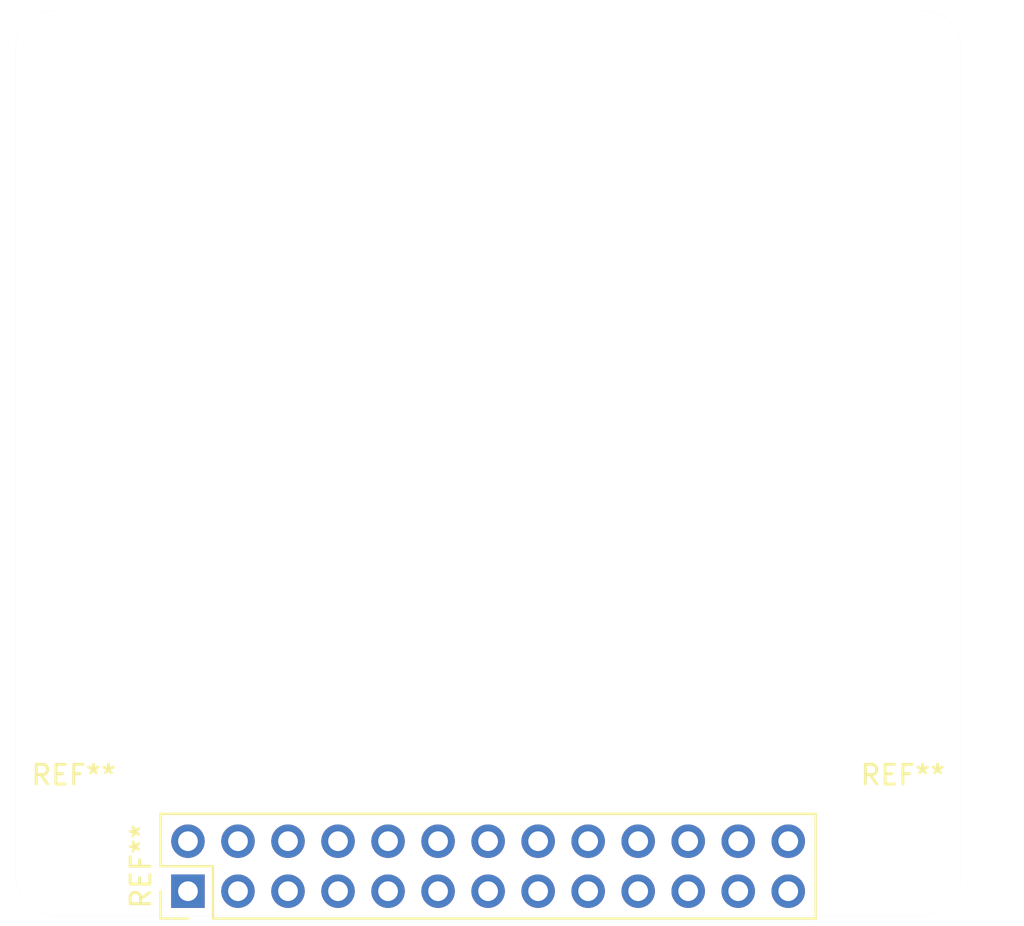
<source format=kicad_pcb>
(kicad_pcb (version 20160815) (host pcbnew no-vcs-found-7429~56~ubuntu14.04.1)

  (general
    (links 0)
    (no_connects 0)
    (area 99.206346 53.995629 148.001475 100.017688)
    (thickness 1.6)
    (drawings 78)
    (tracks 0)
    (zones 0)
    (modules 5)
    (nets 1)
  )

  (page A4)
  (layers
    (0 F.Cu signal)
    (31 B.Cu signal)
    (32 B.Adhes user)
    (33 F.Adhes user)
    (34 B.Paste user)
    (35 F.Paste user)
    (36 B.SilkS user)
    (37 F.SilkS user hide)
    (38 B.Mask user hide)
    (39 F.Mask user hide)
    (40 Dwgs.User user)
    (41 Cmts.User user)
    (42 Eco1.User user)
    (43 Eco2.User user)
    (44 Edge.Cuts user)
    (45 Margin user)
    (46 B.CrtYd user)
    (47 F.CrtYd user)
    (48 B.Fab user)
    (49 F.Fab user)
  )

  (setup
    (last_trace_width 0.25)
    (trace_clearance 0.2)
    (zone_clearance 0.508)
    (zone_45_only no)
    (trace_min 0.2)
    (segment_width 0.15)
    (edge_width 0.15)
    (via_size 0.8)
    (via_drill 0.4)
    (via_min_size 0.4)
    (via_min_drill 0.3)
    (uvia_size 0.3)
    (uvia_drill 0.1)
    (uvias_allowed no)
    (uvia_min_size 0.2)
    (uvia_min_drill 0.1)
    (pcb_text_width 0.3)
    (pcb_text_size 1.5 1.5)
    (mod_edge_width 0.15)
    (mod_text_size 1 1)
    (mod_text_width 0.15)
    (pad_size 1.524 1.524)
    (pad_drill 0.762)
    (pad_to_mask_clearance 0.2)
    (aux_axis_origin 0 0)
    (visible_elements FFFFFF7F)
    (pcbplotparams
      (layerselection 0x00030_ffffffff)
      (usegerberextensions false)
      (excludeedgelayer true)
      (linewidth 0.100000)
      (plotframeref false)
      (viasonmask false)
      (mode 1)
      (useauxorigin false)
      (hpglpennumber 1)
      (hpglpenspeed 20)
      (hpglpendiameter 15)
      (psnegative false)
      (psa4output false)
      (plotreference true)
      (plotvalue true)
      (plotinvisibletext false)
      (padsonsilk false)
      (subtractmaskfromsilk false)
      (outputformat 1)
      (mirror false)
      (drillshape 1)
      (scaleselection 1)
      (outputdirectory ""))
  )

  (net 0 "")

  (net_class Default "This is the default net class."
    (clearance 0.2)
    (trace_width 0.25)
    (via_dia 0.8)
    (via_drill 0.4)
    (uvia_dia 0.3)
    (uvia_drill 0.1)
  )

  (module Pin_Headers:Pin_Header_Straight_2x13_Pitch2.54mm (layer F.Cu) (tedit 586E62AE) (tstamp 586E6624)
    (at 108.75 98.75 90)
    (descr "Through hole straight pin header, 2x13, 2.54mm pitch, double rows")
    (tags "Through hole pin header THT 2x13 2.54mm double row")
    (fp_text reference REF** (at 1.27 -2.39 90) (layer F.SilkS)
      (effects (font (size 1 1) (thickness 0.15)))
    )
    (fp_text value Pin_Header_Straight_2x13_Pitch2.54mm (at 1.27 32.87 90) (layer F.Fab) hide
      (effects (font (size 1 1) (thickness 0.15)))
    )
    (fp_line (start -1.27 -1.27) (end -1.27 31.75) (layer F.Fab) (width 0.1))
    (fp_line (start -1.27 31.75) (end 3.81 31.75) (layer F.Fab) (width 0.1))
    (fp_line (start 3.81 31.75) (end 3.81 -1.27) (layer F.Fab) (width 0.1))
    (fp_line (start 3.81 -1.27) (end -1.27 -1.27) (layer F.Fab) (width 0.1))
    (fp_line (start -1.39 1.27) (end -1.39 31.87) (layer F.SilkS) (width 0.12))
    (fp_line (start -1.39 31.87) (end 3.93 31.87) (layer F.SilkS) (width 0.12))
    (fp_line (start 3.93 31.87) (end 3.93 -1.39) (layer F.SilkS) (width 0.12))
    (fp_line (start 3.93 -1.39) (end 1.27 -1.39) (layer F.SilkS) (width 0.12))
    (fp_line (start 1.27 -1.39) (end 1.27 1.27) (layer F.SilkS) (width 0.12))
    (fp_line (start 1.27 1.27) (end -1.39 1.27) (layer F.SilkS) (width 0.12))
    (fp_line (start -1.39 0) (end -1.39 -1.39) (layer F.SilkS) (width 0.12))
    (fp_line (start -1.39 -1.39) (end 0 -1.39) (layer F.SilkS) (width 0.12))
    (fp_line (start -1.6 -1.6) (end -1.6 32) (layer F.CrtYd) (width 0.05))
    (fp_line (start -1.6 32) (end 4.1 32) (layer F.CrtYd) (width 0.05))
    (fp_line (start 4.1 32) (end 4.1 -1.6) (layer F.CrtYd) (width 0.05))
    (fp_line (start 4.1 -1.6) (end -1.6 -1.6) (layer F.CrtYd) (width 0.05))
    (pad 1 thru_hole rect (at 0 0 90) (size 1.7 1.7) (drill 1) (layers *.Cu *.Mask))
    (pad 2 thru_hole oval (at 2.54 0 90) (size 1.7 1.7) (drill 1) (layers *.Cu *.Mask))
    (pad 3 thru_hole oval (at 0 2.54 90) (size 1.7 1.7) (drill 1) (layers *.Cu *.Mask))
    (pad 4 thru_hole oval (at 2.54 2.54 90) (size 1.7 1.7) (drill 1) (layers *.Cu *.Mask))
    (pad 5 thru_hole oval (at 0 5.08 90) (size 1.7 1.7) (drill 1) (layers *.Cu *.Mask))
    (pad 6 thru_hole oval (at 2.54 5.08 90) (size 1.7 1.7) (drill 1) (layers *.Cu *.Mask))
    (pad 7 thru_hole oval (at 0 7.62 90) (size 1.7 1.7) (drill 1) (layers *.Cu *.Mask))
    (pad 8 thru_hole oval (at 2.54 7.62 90) (size 1.7 1.7) (drill 1) (layers *.Cu *.Mask))
    (pad 9 thru_hole oval (at 0 10.16 90) (size 1.7 1.7) (drill 1) (layers *.Cu *.Mask))
    (pad 10 thru_hole oval (at 2.54 10.16 90) (size 1.7 1.7) (drill 1) (layers *.Cu *.Mask))
    (pad 11 thru_hole oval (at 0 12.7 90) (size 1.7 1.7) (drill 1) (layers *.Cu *.Mask))
    (pad 12 thru_hole oval (at 2.54 12.7 90) (size 1.7 1.7) (drill 1) (layers *.Cu *.Mask))
    (pad 13 thru_hole oval (at 0 15.24 90) (size 1.7 1.7) (drill 1) (layers *.Cu *.Mask))
    (pad 14 thru_hole oval (at 2.54 15.24 90) (size 1.7 1.7) (drill 1) (layers *.Cu *.Mask))
    (pad 15 thru_hole oval (at 0 17.78 90) (size 1.7 1.7) (drill 1) (layers *.Cu *.Mask))
    (pad 16 thru_hole oval (at 2.54 17.78 90) (size 1.7 1.7) (drill 1) (layers *.Cu *.Mask))
    (pad 17 thru_hole oval (at 0 20.32 90) (size 1.7 1.7) (drill 1) (layers *.Cu *.Mask))
    (pad 18 thru_hole oval (at 2.54 20.32 90) (size 1.7 1.7) (drill 1) (layers *.Cu *.Mask))
    (pad 19 thru_hole oval (at 0 22.86 90) (size 1.7 1.7) (drill 1) (layers *.Cu *.Mask))
    (pad 20 thru_hole oval (at 2.54 22.86 90) (size 1.7 1.7) (drill 1) (layers *.Cu *.Mask))
    (pad 21 thru_hole oval (at 0 25.4 90) (size 1.7 1.7) (drill 1) (layers *.Cu *.Mask))
    (pad 22 thru_hole oval (at 2.54 25.4 90) (size 1.7 1.7) (drill 1) (layers *.Cu *.Mask))
    (pad 23 thru_hole oval (at 0 27.94 90) (size 1.7 1.7) (drill 1) (layers *.Cu *.Mask))
    (pad 24 thru_hole oval (at 2.54 27.94 90) (size 1.7 1.7) (drill 1) (layers *.Cu *.Mask))
    (pad 25 thru_hole oval (at 0 30.48 90) (size 1.7 1.7) (drill 1) (layers *.Cu *.Mask))
    (pad 26 thru_hole oval (at 2.54 30.48 90) (size 1.7 1.7) (drill 1) (layers *.Cu *.Mask))
    (model Pin_Headers.3dshapes/Pin_Header_Straight_2x13_Pitch2.54mm.wrl
      (at (xyz 0.05 -0.6 0))
      (scale (xyz 1 1 1))
      (rotate (xyz 0 0 90))
    )
  )

  (module Mounting_Holes:MountingHole_3.2mm_M3 (layer F.Cu) (tedit 586E617B) (tstamp 586E6157)
    (at 102.95 56.95)
    (descr "Mounting Hole 3.2mm, no annular, M3")
    (tags "mounting hole 3.2mm no annular m3")
    (fp_text reference REF** (at 0 -4.2) (layer F.SilkS)
      (effects (font (size 1 1) (thickness 0.15)))
    )
    (fp_text value MountingHole_3.2mm_M3 (at 0 4.2) (layer F.Fab) hide
      (effects (font (size 1 1) (thickness 0.15)))
    )
    (fp_circle (center 0 0) (end 3.45 0) (layer F.CrtYd) (width 0.05))
    (fp_circle (center 0 0) (end 3.2 0) (layer Cmts.User) (width 0.15))
    (pad 1 np_thru_hole circle (at 0 0) (size 3.2 3.2) (drill 3.2) (layers *.Cu *.Mask))
  )

  (module Mounting_Holes:MountingHole_3.2mm_M3 (layer F.Cu) (tedit 586E618B) (tstamp 586E6124)
    (at 102.95 97.05)
    (descr "Mounting Hole 3.2mm, no annular, M3")
    (tags "mounting hole 3.2mm no annular m3")
    (fp_text reference REF** (at 0 -4.2) (layer F.SilkS)
      (effects (font (size 1 1) (thickness 0.15)))
    )
    (fp_text value MountingHole_3.2mm_M3 (at 0 4.2) (layer F.Fab) hide
      (effects (font (size 1 1) (thickness 0.15)))
    )
    (fp_circle (center 0 0) (end 3.2 0) (layer Cmts.User) (width 0.15))
    (fp_circle (center 0 0) (end 3.45 0) (layer F.CrtYd) (width 0.05))
    (pad 1 np_thru_hole circle (at 0 0) (size 3.2 3.2) (drill 3.2) (layers *.Cu *.Mask))
  )

  (module Mounting_Holes:MountingHole_3.2mm_M3 (layer F.Cu) (tedit 586E6185) (tstamp 586E6110)
    (at 145.05 97.05)
    (descr "Mounting Hole 3.2mm, no annular, M3")
    (tags "mounting hole 3.2mm no annular m3")
    (fp_text reference REF** (at 0 -4.2) (layer F.SilkS)
      (effects (font (size 1 1) (thickness 0.15)))
    )
    (fp_text value MountingHole_3.2mm_M3 (at 0 4.2) (layer F.Fab) hide
      (effects (font (size 1 1) (thickness 0.15)))
    )
    (fp_circle (center 0 0) (end 3.45 0) (layer F.CrtYd) (width 0.05))
    (fp_circle (center 0 0) (end 3.2 0) (layer Cmts.User) (width 0.15))
    (pad 1 np_thru_hole circle (at 0 0) (size 3.2 3.2) (drill 3.2) (layers *.Cu *.Mask))
  )

  (module Mounting_Holes:MountingHole_3.2mm_M3 (layer F.Cu) (tedit 586E6180) (tstamp 586E5FE4)
    (at 145.05 56.95)
    (descr "Mounting Hole 3.2mm, no annular, M3")
    (tags "mounting hole 3.2mm no annular m3")
    (fp_text reference REF** (at 0 -4.2) (layer F.SilkS)
      (effects (font (size 1 1) (thickness 0.15)))
    )
    (fp_text value MountingHole_3.2mm_M3 (at 0 4.2) (layer F.Fab) hide
      (effects (font (size 1 1) (thickness 0.15)))
    )
    (fp_circle (center 0 0) (end 3.2 0) (layer Cmts.User) (width 0.15))
    (fp_circle (center 0 0) (end 3.45 0) (layer F.CrtYd) (width 0.05))
    (pad 1 np_thru_hole circle (at 0 0) (size 3.2 3.2) (drill 3.2) (layers *.Cu *.Mask))
  )

  (gr_line (start 99.207617 67.805356) (end 100.007615 67.805356) (layer F.Fab) (width 0.00254))
  (gr_line (start 99.207617 60.205371) (end 99.207617 67.805356) (layer F.Fab) (width 0.00254))
  (gr_circle (center 145.055709 56.941395) (end 147.555704 56.941395) (layer F.Fab) (width 0.00254))
  (gr_line (start 105.20763 60.205371) (end 99.207617 60.205371) (layer F.Fab) (width 0.00254))
  (gr_line (start 105.20763 67.805356) (end 105.20763 60.205371) (layer F.Fab) (width 0.00254))
  (gr_line (start 100.007615 67.805356) (end 105.20763 67.805356) (layer F.Fab) (width 0.00254))
  (gr_line (start 151.207513 85.522161) (end 135.459513 85.522161) (layer F.Fab) (width 0.00254))
  (gr_line (start 151.207513 69.012161) (end 151.207513 85.522161) (layer F.Fab) (width 0.00254))
  (gr_line (start 135.459513 69.012161) (end 151.207513 69.012161) (layer F.Fab) (width 0.00254))
  (gr_line (start 135.459513 85.522161) (end 135.459513 69.012161) (layer F.Fab) (width 0.00254))
  (gr_circle (center 145.055709 97.052313) (end 147.555704 97.052313) (layer F.Fab) (width 0.00254))
  (gr_line (start 107.490252 100.016417) (end 107.490252 94.936417) (layer Edge.Cuts) (width 0.00254))
  (gr_line (start 140.510252 100.016417) (end 107.490252 100.016417) (layer Edge.Cuts) (width 0.00254))
  (gr_line (start 107.490252 94.936417) (end 140.510252 94.936417) (layer Edge.Cuts) (width 0.00254))
  (gr_circle (center 108.760252 96.206417) (end 109.460251 96.206417) (layer Edge.Cuts) (width 0.00254))
  (gr_line (start 109.460251 99.446415) (end 108.060253 99.446415) (layer Edge.Cuts) (width 0.00254))
  (gr_line (start 109.460251 98.046418) (end 109.460251 99.446415) (layer Edge.Cuts) (width 0.00254))
  (gr_line (start 108.060253 98.046418) (end 109.460251 98.046418) (layer Edge.Cuts) (width 0.00254))
  (gr_line (start 140.510252 94.936417) (end 140.510252 100.016417) (layer Edge.Cuts) (width 0.00254))
  (gr_circle (center 111.300252 98.746417) (end 112.000251 98.746417) (layer Edge.Cuts) (width 0.00254))
  (gr_circle (center 111.300252 96.206417) (end 112.000251 96.206417) (layer Edge.Cuts) (width 0.00254))
  (gr_circle (center 113.840252 98.746417) (end 114.540251 98.746417) (layer Edge.Cuts) (width 0.00254))
  (gr_circle (center 113.840252 96.206417) (end 114.540251 96.206417) (layer Edge.Cuts) (width 0.00254))
  (gr_circle (center 116.380252 98.746417) (end 117.080251 98.746417) (layer Edge.Cuts) (width 0.00254))
  (gr_circle (center 116.380252 96.206417) (end 117.080251 96.206417) (layer Edge.Cuts) (width 0.00254))
  (gr_circle (center 118.920252 98.746417) (end 119.620251 98.746417) (layer Edge.Cuts) (width 0.00254))
  (gr_line (start 108.060253 99.446415) (end 108.060253 98.046418) (layer Edge.Cuts) (width 0.00254))
  (gr_circle (center 121.460252 98.746417) (end 122.160251 98.746417) (layer Edge.Cuts) (width 0.00254))
  (gr_circle (center 121.460252 96.206417) (end 122.160251 96.206417) (layer Edge.Cuts) (width 0.00254))
  (gr_circle (center 124.000252 98.746417) (end 124.700251 98.746417) (layer Edge.Cuts) (width 0.00254))
  (gr_circle (center 124.000252 96.206417) (end 124.700251 96.206417) (layer Edge.Cuts) (width 0.00254))
  (gr_circle (center 126.540252 98.746417) (end 127.240251 98.746417) (layer Edge.Cuts) (width 0.00254))
  (gr_circle (center 126.540252 96.206417) (end 127.240251 96.206417) (layer Edge.Cuts) (width 0.00254))
  (gr_circle (center 118.920252 96.206417) (end 119.620251 96.206417) (layer Edge.Cuts) (width 0.00254))
  (gr_circle (center 129.080252 98.746417) (end 129.780251 98.746417) (layer Edge.Cuts) (width 0.00254))
  (gr_circle (center 129.080252 96.206417) (end 129.780251 96.206417) (layer Edge.Cuts) (width 0.00254))
  (gr_circle (center 131.620252 98.746417) (end 132.320251 98.746417) (layer Edge.Cuts) (width 0.00254))
  (gr_circle (center 131.620252 96.206417) (end 132.320251 96.206417) (layer Edge.Cuts) (width 0.00254))
  (gr_circle (center 134.160252 98.746417) (end 134.860251 98.746417) (layer Edge.Cuts) (width 0.00254))
  (gr_circle (center 134.160252 96.206417) (end 134.860251 96.206417) (layer Edge.Cuts) (width 0.00254))
  (gr_circle (center 136.700252 98.746417) (end 137.400251 98.746417) (layer Edge.Cuts) (width 0.00254))
  (gr_circle (center 136.700252 96.206417) (end 137.400251 96.206417) (layer Edge.Cuts) (width 0.00254))
  (gr_circle (center 139.240252 98.746417) (end 139.940251 98.746417) (layer Edge.Cuts) (width 0.00254))
  (gr_circle (center 139.240252 96.206417) (end 139.940251 96.206417) (layer Edge.Cuts) (width 0.00254))
  (gr_line (start 107.490252 56.797809) (end 107.490252 54.257809) (layer F.Fab) (width 0.00254))
  (gr_line (start 140.510252 56.797809) (end 107.490252 56.797809) (layer F.Fab) (width 0.00254))
  (gr_line (start 140.510252 54.257809) (end 140.510252 56.797809) (layer F.Fab) (width 0.00254))
  (gr_circle (center 102.944795 56.941395) (end 105.44479 56.941395) (layer F.Fab) (width 0.00254))
  (gr_line (start 107.490252 54.257809) (end 140.510252 54.257809) (layer F.Fab) (width 0.00254))
  (gr_line (start 138.540253 54.82781) (end 139.940251 54.82781) (layer F.Fab) (width 0.00254))
  (gr_line (start 138.540253 56.227807) (end 138.540253 54.82781) (layer F.Fab) (width 0.00254))
  (gr_circle (center 102.944795 97.052313) (end 105.44479 97.052313) (layer F.Fab) (width 0.00254))
  (gr_line (start 139.940251 56.227807) (end 138.540253 56.227807) (layer F.Fab) (width 0.00254))
  (gr_line (start 139.940251 54.82781) (end 139.940251 56.227807) (layer F.Fab) (width 0.00254))
  (gr_circle (center 136.700252 55.527809) (end 137.400251 55.527809) (layer F.Fab) (width 0.00254))
  (gr_circle (center 134.160252 55.527809) (end 134.860251 55.527809) (layer F.Fab) (width 0.00254))
  (gr_circle (center 131.620252 55.527809) (end 132.320251 55.527809) (layer F.Fab) (width 0.00254))
  (gr_circle (center 129.080252 55.527809) (end 129.780251 55.527809) (layer F.Fab) (width 0.00254))
  (gr_circle (center 126.540252 55.527809) (end 127.240251 55.527809) (layer F.Fab) (width 0.00254))
  (gr_circle (center 124.000252 55.527809) (end 124.700251 55.527809) (layer F.Fab) (width 0.00254))
  (gr_circle (center 121.460252 55.527809) (end 122.160251 55.527809) (layer F.Fab) (width 0.00254))
  (gr_circle (center 118.920252 55.527809) (end 119.620251 55.527809) (layer F.Fab) (width 0.00254))
  (gr_circle (center 116.380252 55.527809) (end 117.080251 55.527809) (layer F.Fab) (width 0.00254))
  (gr_circle (center 113.840252 55.527809) (end 114.540251 55.527809) (layer F.Fab) (width 0.00254))
  (gr_circle (center 111.300252 55.527809) (end 112.000251 55.527809) (layer F.Fab) (width 0.00254))
  (gr_circle (center 108.760252 55.527809) (end 109.460251 55.527809) (layer F.Fab) (width 0.00254))
  (gr_line (start 137.207541 66.414706) (end 137.207541 60.544715) (layer F.Fab) (width 0.00254))
  (gr_line (start 151.207513 66.414706) (end 137.207541 66.414706) (layer F.Fab) (width 0.00254))
  (gr_line (start 151.207513 60.544715) (end 151.207513 66.414706) (layer F.Fab) (width 0.00254))
  (gr_line (start 137.207541 60.544715) (end 151.207513 60.544715) (layer F.Fab) (width 0.00254))
  (gr_arc (start 102.000295 55.996895) (end 102.000296 53.9969) (angle -90.00008561) (layer Edge.Cuts) (width 0.00254))
  (gr_line (start 100.0003 97.996812) (end 100.0003 55.996896) (layer Edge.Cuts) (width 0.00254))
  (gr_arc (start 102.000295 97.996813) (end 100.0003 97.996812) (angle -90.00008561) (layer Edge.Cuts) (width 0.00254))
  (gr_line (start 146.000208 99.996808) (end 102.000296 99.996808) (layer Edge.Cuts) (width 0.00254))
  (gr_arc (start 146.000209 97.996813) (end 146.000208 99.996808) (angle -90.00008561) (layer Edge.Cuts) (width 0.00254))
  (gr_line (start 148.000204 55.996896) (end 148.000204 97.996812) (layer Edge.Cuts) (width 0.00254))
  (gr_arc (start 146.000209 55.996895) (end 148.000204 55.996896) (angle -90.00008561) (layer Edge.Cuts) (width 0.00254))
  (gr_line (start 102.000296 53.9969) (end 146.000208 53.9969) (layer Edge.Cuts) (width 0.00254))

)

</source>
